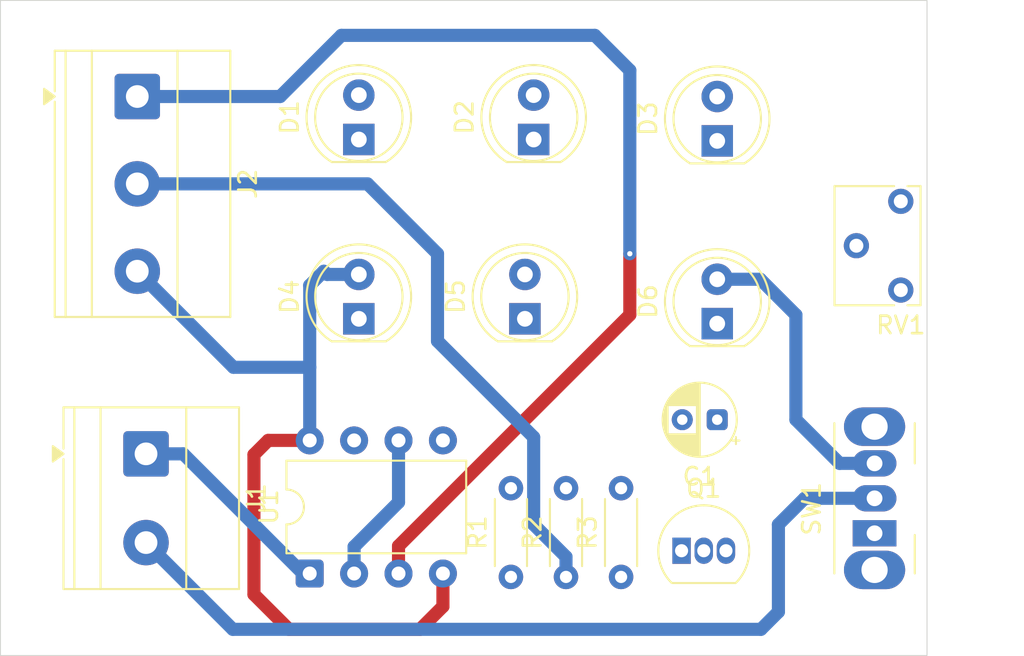
<source format=kicad_pcb>
(kicad_pcb (version 20241229) (generator "pcbnew") (generator_version "9.0")
  (layers (0 "F.Cu" signal) (2 "B.Cu" signal) (13 "F.Paste" user) (15 "B.Paste" user) (5 "F.SilkS" user "F.Silkscreen") (7 "B.SilkS" user "B.Silkscreen") (1 "F.Mask" user) (3 "B.Mask" user) (25 "Edge.Cuts" user))
  (net 0 "")
  (net 1 "GND")
  (net 2 "2,6")
  (net 3 "Net-(D1-A)")
  (net 4 "Net-(D1-K)")
  (net 5 "VCC")
  (net 6 "Net-(J1-Pin_2)")
  (net 7 "Net-(J2-Pin_1)")
  (net 8 "Net-(J2-Pin_2)")
  (net 9 "Net-(Q1-B)")
  (net 10 "7")
  (footprint "Button_Switch_THT:SW_Slide_SPDT_Angled_CK_OS102011MA1Q" (layer "F.Cu") (at 110.5 86 90)
    (property "Reference" "SW1" (at 1.4 -3.6 90) (layer "F.SilkS"))
    (property "Value" "SW_Push_SPDT")
    (fp_line (start -2.3 -2.3) (end 6.3 -2.3) (stroke (width 0.12)) (layer "F.SilkS"))
    (fp_line (start 4 2.3) (end 6.3 2.3) (stroke (width 0.12)) (layer "F.SilkS"))
    (fp_line (start -2.3 2.3) (end -0.1 2.3) (stroke (width 0.12)) (layer "F.SilkS"))
    (pad "" thru_hole oval (at -2.1 0 90) (size 2.2 3.5) (drill 1.5) (layers "*.Cu" "*.Mask"))
    (pad "" thru_hole oval (at 6.1 0 90) (size 2.2 3.5) (drill 1.5) (layers "*.Cu" "*.Mask"))
    (pad "1" thru_hole rect (at 0 0 90) (size 1.5 2.5) (drill 0.9) (layers "*.Cu" "*.Mask"))
    (pad "2" thru_hole oval (at 2 0 90) (size 1.5 2.5) (drill 0.9) (layers "*.Cu" "*.Mask") (net 6 "Net-(J1-Pin_2)"))
    (pad "3" thru_hole oval (at 4 0 90) (size 1.5 2.5) (drill 0.9) (layers "*.Cu" "*.Mask") (net 5 "VCC"))
  )
  (footprint "LED_THT:LED_D5.0mm" (layer "F.Cu") (at 101.5 74 90)
    (property "Reference" "D6" (at 1.27 -3.96 90) (layer "F.SilkS"))
    (property "Value" "LED")
    (fp_line (start -1.29 -1.545) (end -1.29 1.545) (stroke (width 0.12)) (layer "F.SilkS"))
    (fp_arc (start -1.29 -1.54483) (mid 2.071779 -2.880495) (end 4.26 0) (stroke (width 0.12)) (layer "F.SilkS"))
    (fp_arc (start 4.26 0) (mid 2.071779 2.880495) (end -1.29 1.54483) (stroke (width 0.12)) (layer "F.SilkS"))
    (fp_circle (center 1.27 0) (end 3.77 0) (stroke (width 0.12)) (fill no) (layer "F.SilkS"))
    (pad "1" thru_hole rect (at 0 0 90) (size 1.8 1.8) (drill 0.9) (layers "*.Cu" "*.Mask") (net 4 "Net-(D1-K)"))
    (pad "2" thru_hole circle (at 2.54 0 90) (size 1.8 1.8) (drill 0.9) (layers "*.Cu" "*.Mask") (net 5 "VCC"))
  )
  (footprint "TerminalBlock_Phoenix:TerminalBlock_Phoenix_MKDS-1,5-2-5.08_1x02_P5.08mm_Horizontal" (layer "F.Cu") (at 68.8275 81.455 -90)
    (property "Reference" "J1" (at 2.54 -6.32 90) (layer "F.SilkS"))
    (property "Value" "Screw_Terminal_01x02")
    (fp_line (start -2.66 4.72) (end -2.66 -5.32) (stroke (width 0.12)) (layer "F.SilkS"))
    (fp_line (start -0.3 4.72) (end -2.66 4.72) (stroke (width 0.12)) (layer "F.SilkS"))
    (fp_line (start 7.74 4.72) (end 0.3 4.72) (stroke (width 0.12)) (layer "F.SilkS"))
    (fp_line (start -2.66 4.1) (end 7.74 4.1) (stroke (width 0.12)) (layer "F.SilkS"))
    (fp_line (start -2.66 2.6) (end 7.74 2.6) (stroke (width 0.12)) (layer "F.SilkS"))
    (fp_line (start -2.66 -2.3) (end 7.74 -2.3) (stroke (width 0.12)) (layer "F.SilkS"))
    (fp_line (start -2.66 -5.32) (end 7.74 -5.32) (stroke (width 0.12)) (layer "F.SilkS"))
    (fp_line (start 7.74 -5.32) (end 7.74 4.72) (stroke (width 0.12)) (layer "F.SilkS"))
    (fp_poly (pts (xy 0 4.72) (xy 0.44 5.33) (xy -0.44 5.33)) (stroke (width 0.12)) (fill yes) (layer "F.SilkS"))
    (pad "1" thru_hole roundrect (at 0 0 270) (size 2.6 2.6) (drill 1.3) (layers "*.Cu" "*.Mask") (roundrect_rratio 0.096154) (net 1 "GND"))
    (pad "2" thru_hole circle (at 5.08 0 270) (size 2.6 2.6) (drill 1.3) (layers "*.Cu" "*.Mask") (net 6 "Net-(J1-Pin_2)"))
  )
  (footprint "Resistor_THT:R_Axial_DIN0204_L3.6mm_D1.6mm_P5.08mm_Horizontal" (layer "F.Cu") (at 89.7 88.5 90)
    (property "Reference" "R1" (at 2.54 -1.92 90) (layer "F.SilkS"))
    (property "Value" "R")
    (fp_line (start 0.62 -0.92) (end 4.46 -0.92) (stroke (width 0.12)) (layer "F.SilkS"))
    (fp_line (start 0.62 0.92) (end 4.46 0.92) (stroke (width 0.12)) (layer "F.SilkS"))
    (pad "1" thru_hole circle (at 0 0 90) (size 1.4 1.4) (drill 0.7) (layers "*.Cu" "*.Mask") (net 5 "VCC"))
    (pad "2" thru_hole circle (at 5.08 0 90) (size 1.4 1.4) (drill 0.7) (layers "*.Cu" "*.Mask") (net 10 "7"))
  )
  (footprint "Resistor_THT:R_Axial_DIN0204_L3.6mm_D1.6mm_P5.08mm_Horizontal" (layer "F.Cu") (at 92.85 88.5 90)
    (property "Reference" "R2" (at 2.54 -1.92 90) (layer "F.SilkS"))
    (property "Value" "R")
    (fp_line (start 0.62 -0.92) (end 4.46 -0.92) (stroke (width 0.12)) (layer "F.SilkS"))
    (fp_line (start 0.62 0.92) (end 4.46 0.92) (stroke (width 0.12)) (layer "F.SilkS"))
    (pad "1" thru_hole circle (at 0 0 90) (size 1.4 1.4) (drill 0.7) (layers "*.Cu" "*.Mask") (net 8 "Net-(J2-Pin_2)"))
    (pad "2" thru_hole circle (at 5.08 0 90) (size 1.4 1.4) (drill 0.7) (layers "*.Cu" "*.Mask") (net 9 "Net-(Q1-B)"))
  )
  (footprint "Potentiometer_THT:Potentiometer_Vishay_T73XX_Horizontal" (layer "F.Cu") (at 112 72.08 180)
    (property "Reference" "RV1" (at 0 -2.01 0) (layer "F.SilkS"))
    (property "Value" "R_Potentiometer")
    (fp_line (start 3.79 5.95) (end 0.382 5.95) (stroke (width 0.12)) (layer "F.SilkS"))
    (fp_line (start 3.79 -0.87) (end 3.79 5.95) (stroke (width 0.12)) (layer "F.SilkS"))
    (fp_line (start 0.382 -0.87) (end 3.79 -0.87) (stroke (width 0.12)) (layer "F.SilkS"))
    (fp_line (start -0.382 5.95) (end -1.13 5.95) (stroke (width 0.12)) (layer "F.SilkS"))
    (fp_line (start -1.13 5.95) (end -1.13 -0.87) (stroke (width 0.12)) (layer "F.SilkS"))
    (fp_line (start -1.13 -0.87) (end -0.382 -0.87) (stroke (width 0.12)) (layer "F.SilkS"))
    (pad "1" thru_hole circle (at 0 0 180) (size 1.44 1.44) (drill 0.8) (layers "*.Cu" "*.Mask") (net 10 "7"))
    (pad "2" thru_hole circle (at 2.54 2.54 180) (size 1.44 1.44) (drill 0.8) (layers "*.Cu" "*.Mask") (net 2 "2,6"))
    (pad "3" thru_hole circle (at 0 5.08 180) (size 1.44 1.44) (drill 0.8) (layers "*.Cu" "*.Mask") (net 2 "2,6"))
  )
  (footprint "LED_THT:LED_D5.0mm" (layer "F.Cu") (at 90.5 73.725 90)
    (property "Reference" "D5" (at 1.27 -3.96 90) (layer "F.SilkS"))
    (property "Value" "LED")
    (fp_line (start -1.29 -1.545) (end -1.29 1.545) (stroke (width 0.12)) (layer "F.SilkS"))
    (fp_arc (start -1.29 -1.54483) (mid 2.071779 -2.880495) (end 4.26 0) (stroke (width 0.12)) (layer "F.SilkS"))
    (fp_arc (start 4.26 0) (mid 2.071779 2.880495) (end -1.29 1.54483) (stroke (width 0.12)) (layer "F.SilkS"))
    (fp_circle (center 1.27 0) (end 3.77 0) (stroke (width 0.12)) (fill no) (layer "F.SilkS"))
    (pad "1" thru_hole rect (at 0 0 90) (size 1.8 1.8) (drill 0.9) (layers "*.Cu" "*.Mask") (net 4 "Net-(D1-K)"))
    (pad "2" thru_hole circle (at 2.54 0 90) (size 1.8 1.8) (drill 0.9) (layers "*.Cu" "*.Mask") (net 5 "VCC"))
  )
  (footprint "Package_TO_SOT_THT:TO-92_Inline" (layer "F.Cu") (at 99.46 87)
    (property "Reference" "Q1" (at 1.27 -3.56 0) (layer "F.SilkS"))
    (property "Value" "2N3904")
    (fp_line (start -0.53 1.85) (end 3.07 1.85) (stroke (width 0.12)) (layer "F.SilkS"))
    (fp_arc (start -0.568478 1.838478) (mid -1.132087 -0.994977) (end 1.27 -2.6) (stroke (width 0.12)) (layer "F.SilkS"))
    (fp_arc (start 1.27 -2.6) (mid 3.672087 -0.994977) (end 3.108478 1.838478) (stroke (width 0.12)) (layer "F.SilkS"))
    (pad "1" thru_hole rect (at 0 0) (size 1.05 1.5) (drill 0.75) (layers "*.Cu" "*.Mask") (net 1 "GND"))
    (pad "2" thru_hole oval (at 1.27 0) (size 1.05 1.5) (drill 0.75) (layers "*.Cu" "*.Mask") (net 9 "Net-(Q1-B)"))
    (pad "3" thru_hole oval (at 2.54 0) (size 1.05 1.5) (drill 0.75) (layers "*.Cu" "*.Mask") (net 4 "Net-(D1-K)"))
  )
  (footprint "Capacitor_THT:CP_Radial_D4.0mm_P2.00mm" (layer "F.Cu") (at 101.5 79.5 180)
    (property "Reference" "C1" (at 1 -3.25 0) (layer "F.SilkS"))
    (property "Value" "C_Polarized")
    (fp_line (start 3.08 -0.37) (end 3.08 0.37) (stroke (width 0.12)) (layer "F.SilkS"))
    (fp_line (start 3.04 -0.537) (end 3.04 0.537) (stroke (width 0.12)) (layer "F.SilkS"))
    (fp_line (start 3 -0.663) (end 3 0.663) (stroke (width 0.12)) (layer "F.SilkS"))
    (fp_line (start 2.96 -0.768) (end 2.96 0.768) (stroke (width 0.12)) (layer "F.SilkS"))
    (fp_line (start 2.92 -0.859) (end 2.92 0.859) (stroke (width 0.12)) (layer "F.SilkS"))
    (fp_line (start 2.88 -0.94) (end 2.88 0.94) (stroke (width 0.12)) (layer "F.SilkS"))
    (fp_line (start 2.84 -1.013) (end 2.84 1.013) (stroke (width 0.12)) (layer "F.SilkS"))
    (fp_line (start 2.8 0.84) (end 2.8 1.08) (stroke (width 0.12)) (layer "F.SilkS"))
    (fp_line (start 2.8 -1.08) (end 2.8 -0.84) (stroke (width 0.12)) (layer "F.SilkS"))
    (fp_line (start 2.76 0.84) (end 2.76 1.142) (stroke (width 0.12)) (layer "F.SilkS"))
    (fp_line (start 2.76 -1.142) (end 2.76 -0.84) (stroke (width 0.12)) (layer "F.SilkS"))
    (fp_line (start 2.72 0.84) (end 2.72 1.199) (stroke (width 0.12)) (layer "F.SilkS"))
    (fp_line (start 2.72 -1.199) (end 2.72 -0.84) (stroke (width 0.12)) (layer "F.SilkS"))
    (fp_line (start 2.68 0.84) (end 2.68 1.253) (stroke (width 0.12)) (layer "F.SilkS"))
    (fp_line (start 2.68 -1.253) (end 2.68 -0.84) (stroke (width 0.12)) (layer "F.SilkS"))
    (fp_line (start 2.64 0.84) (end 2.64 1.303) (stroke (width 0.12)) (layer "F.SilkS"))
    (fp_line (start 2.64 -1.303) (end 2.64 -0.84) (stroke (width 0.12)) (layer "F.SilkS"))
    (fp_line (start 2.6 0.84) (end 2.6 1.351) (stroke (width 0.12)) (layer "F.SilkS"))
    (fp_line (start 2.6 -1.351) (end 2.6 -0.84) (stroke (width 0.12)) (layer "F.SilkS"))
    (fp_line (start 2.56 0.84) (end 2.56 1.396) (stroke (width 0.12)) (layer "F.SilkS"))
    (fp_line (start 2.56 -1.396) (end 2.56 -0.84) (stroke (width 0.12)) (layer "F.SilkS"))
    (fp_line (start 2.52 0.84) (end 2.52 1.438) (stroke (width 0.12)) (layer "F.SilkS"))
    (fp_line (start 2.52 -1.438) (end 2.52 -0.84) (stroke (width 0.12)) (layer "F.SilkS"))
    (fp_line (start 2.48 0.84) (end 2.48 1.478) (stroke (width 0.12)) (layer "F.SilkS"))
    (fp_line (start 2.48 -1.478) (end 2.48 -0.84) (stroke (width 0.12)) (layer "F.SilkS"))
    (fp_line (start 2.44 0.84) (end 2.44 1.516) (stroke (width 0.12)) (layer "F.SilkS"))
    (fp_line (start 2.44 -1.516) (end 2.44 -0.84) (stroke (width 0.12)) (layer "F.SilkS"))
    (fp_line (start 2.4 0.84) (end 2.4 1.552) (stroke (width 0.12)) (layer "F.SilkS"))
    (fp_line (start 2.4 -1.552) (end 2.4 -0.84) (stroke (width 0.12)) (layer "F.SilkS"))
    (fp_line (start 2.36 0.84) (end 2.36 1.586) (stroke (width 0.12)) (layer "F.SilkS"))
    (fp_line (start 2.36 -1.586) (end 2.36 -0.84) (stroke (width 0.12)) (layer "F.SilkS"))
    (fp_line (start 2.32 0.84) (end 2.32 1.619) (stroke (width 0.12)) (layer "F.SilkS"))
    (fp_line (start 2.32 -1.619) (end 2.32 -0.84) (stroke (width 0.12)) (layer "F.SilkS"))
    (fp_line (start 2.28 0.84) (end 2.28 1.65) (stroke (width 0.12)) (layer "F.SilkS"))
    (fp_line (start 2.28 -1.65) (end 2.28 -0.84) (stroke (width 0.12)) (layer "F.SilkS"))
    (fp_line (start 2.24 0.84) (end 2.24 1.68) (stroke (width 0.12)) (layer "F.SilkS"))
    (fp_line (start 2.24 -1.68) (end 2.24 -0.84) (stroke (width 0.12)) (layer "F.SilkS"))
    (fp_line (start 2.2 0.84) (end 2.2 1.708) (stroke (width 0.12)) (layer "F.SilkS"))
    (fp_line (start 2.2 -1.708) (end 2.2 -0.84) (stroke (width 0.12)) (layer "F.SilkS"))
    (fp_line (start 2.16 0.84) (end 2.16 1.734) (stroke (width 0.12)) (layer "F.SilkS"))
    (fp_line (start 2.16 -1.734) (end 2.16 -0.84) (stroke (width 0.12)) (layer "F.SilkS"))
    (fp_line (start 2.12 0.84) (end 2.12 1.76) (stroke (width 0.12)) (layer "F.SilkS"))
    (fp_line (start 2.12 -1.76) (end 2.12 -0.84) (stroke (width 0.12)) (layer "F.SilkS"))
    (fp_line (start 2.08 0.84) (end 2.08 1.784) (stroke (width 0.12)) (layer "F.SilkS"))
    (fp_line (start 2.08 -1.784) (end 2.08 -0.84) (stroke (width 0.12)) (layer "F.SilkS"))
    (fp_line (start 2.04 0.84) (end 2.04 1.807) (stroke (width 0.12)) (layer "F.SilkS"))
    (fp_line (start 2.04 -1.807) (end 2.04 -0.84) (stroke (width 0.12)) (layer "F.SilkS"))
    (fp_line (start 2 0.84) (end 2 1.829) (stroke (width 0.12)) (layer "F.SilkS"))
    (fp_line (start 2 -1.829) (end 2 -0.84) (stroke (width 0.12)) (layer "F.SilkS"))
    (fp_line (start 1.96 0.84) (end 1.96 1.85) (stroke (width 0.12)) (layer "F.SilkS"))
    (fp_line (start 1.96 -1.85) (end 1.96 -0.84) (stroke (width 0.12)) (layer "F.SilkS"))
    (fp_line (start 1.92 0.84) (end 1.92 1.87) (stroke (width 0.12)) (layer "F.SilkS"))
    (fp_line (start 1.92 -1.87) (end 1.92 -0.84) (stroke (width 0.12)) (layer "F.SilkS"))
    (fp_line (start 1.88 0.84) (end 1.88 1.889) (stroke (width 0.12)) (layer "F.SilkS"))
    (fp_line (start 1.88 -1.889) (end 1.88 -0.84) (stroke (width 0.12)) (layer "F.SilkS"))
    (fp_line (start 1.84 0.84) (end 1.84 1.906) (stroke (width 0.12)) (layer "F.SilkS"))
    (fp_line (start 1.84 -1.906) (end 1.84 -0.84) (stroke (width 0.12)) (layer "F.SilkS"))
    (fp_line (start 1.8 0.84) (end 1.8 1.923) (stroke (width 0.12)) (layer "F.SilkS"))
    (fp_line (start 1.8 -1.923) (end 1.8 -0.84) (stroke (width 0.12)) (layer "F.SilkS"))
    (fp_line (start 1.76 0.84) (end 1.76 1.939) (stroke (width 0.12)) (layer "F.SilkS"))
    (fp_line (start 1.76 -1.939) (end 1.76 -0.84) (stroke (width 0.12)) (layer "F.SilkS"))
    (fp_line (start 1.72 0.84) (end 1.72 1.954) (stroke (width 0.12)) (layer "F.SilkS"))
    (fp_line (start 1.72 -1.954) (end 1.72 -0.84) (stroke (width 0.12)) (layer "F.SilkS"))
    (fp_line (start 1.68 0.84) (end 1.68 1.968) (stroke (width 0.12)) (layer "F.SilkS"))
    (fp_line (start 1.68 -1.968) (end 1.68 -0.84) (stroke (width 0.12)) (layer "F.SilkS"))
    (fp_line (start 1.64 0.84) (end 1.64 1.981) (stroke (width 0.12)) (layer "F.SilkS"))
    (fp_line (start 1.64 -1.981) (end 1.64 -0.84) (stroke (width 0.12)) (layer "F.SilkS"))
    (fp_line (start 1.6 0.84) (end 1.6 1.993) (stroke (width 0.12)) (layer "F.SilkS"))
    (fp_line (start 1.6 -1.993) (end 1.6 -0.84) (stroke (width 0.12)) (layer "F.SilkS"))
    (fp_line (start 1.56 0.84) (end 1.56 2.005) (stroke (width 0.12)) (layer "F.SilkS"))
    (fp_line (start 1.56 -2.005) (end 1.56 -0.84) (stroke (width 0.12)) (layer "F.SilkS"))
    (fp_line (start 1.52 0.84) (end 1.52 2.015) (stroke (width 0.12)) (layer "F.SilkS"))
    (fp_line (start 1.52 -2.015) (end 1.52 -0.84) (stroke (width 0.12)) (layer "F.SilkS"))
    (fp_line (start 1.48 0.84) (end 1.48 2.025) (stroke (width 0.12)) (layer "F.SilkS"))
    (fp_line (start 1.48 -2.025) (end 1.48 -0.84) (stroke (width 0.12)) (layer "F.SilkS"))
    (fp_line (start 1.44 0.84) (end 1.44 2.034) (stroke (width 0.12)) (layer "F.SilkS"))
    (fp_line (start 1.44 -2.034) (end 1.44 -0.84) (stroke (width 0.12)) (layer "F.SilkS"))
    (fp_line (start 1.4 0.84) (end 1.4 2.042) (stroke (width 0.12)) (layer "F.SilkS"))
    (fp_line (start 1.4 -2.042) (end 1.4 -0.84) (stroke (width 0.12)) (layer "F.SilkS"))
    (fp_line (start 1.36 0.84) (end 1.36 2.049) (stroke (width 0.12)) (layer "F.SilkS"))
    (fp_line (start 1.36 -2.049) (end 1.36 -0.84) (stroke (width 0.12)) (layer "F.SilkS"))
    (fp_line (start 1.32 0.84) (end 1.32 2.056) (stroke (width 0.12)) (layer "F.SilkS"))
    (fp_line (start 1.32 -2.056) (end 1.32 -0.84) (stroke (width 0.12)) (layer "F.SilkS"))
    (fp_line (start 1.28 0.84) (end 1.28 2.061) (stroke (width 0.12)) (layer "F.SilkS"))
    (fp_line (start 1.28 -2.061) (end 1.28 -0.84) (stroke (width 0.12)) (layer "F.SilkS"))
    (fp_line (start 1.24 0.84) (end 1.24 2.066) (stroke (width 0.12)) (layer "F.SilkS"))
    (fp_line (start 1.24 -2.066) (end 1.24 -0.84) (stroke (width 0.12)) (layer "F.SilkS"))
    (fp_line (start 1.2 0.84) (end 1.2 2.071) (stroke (width 0.12)) (layer "F.SilkS"))
    (fp_line (start 1.2 -2.071) (end 1.2 -0.84) (stroke (width 0.12)) (layer "F.SilkS"))
    (fp_line (start 1.16 -2.074) (end 1.16 2.074) (stroke (width 0.12)) (layer "F.SilkS"))
    (fp_line (start 1.12 -2.077) (end 1.12 2.077) (stroke (width 0.12)) (layer "F.SilkS"))
    (fp_line (start 1.08 -2.078) (end 1.08 2.078) (stroke (width 0.12)) (layer "F.SilkS"))
    (fp_line (start 1.04 -2.08) (end 1.04 2.08) (stroke (width 0.12)) (layer "F.SilkS"))
    (fp_line (start 1 -2.08) (end 1 2.08) (stroke (width 0.12)) (layer "F.SilkS"))
    (fp_line (start -1.069801 -1.395) (end -1.069801 -0.995) (stroke (width 0.12)) (layer "F.SilkS"))
    (fp_line (start -1.269801 -1.195) (end -0.869801 -1.195) (stroke (width 0.12)) (layer "F.SilkS"))
    (fp_circle (center 1 0) (end 3.12 0) (stroke (width 0.12)) (fill no) (layer "F.SilkS"))
    (pad "1" thru_hole roundrect (at 0 0 180) (size 1.2 1.2) (drill 0.6) (layers "*.Cu" "*.Mask") (roundrect_rratio 0.208333) (net 2 "2,6"))
    (pad "2" thru_hole circle (at 2 0 180) (size 1.2 1.2) (drill 0.6) (layers "*.Cu" "*.Mask") (net 1 "GND"))
  )
  (footprint "LED_THT:LED_D5.0mm" (layer "F.Cu") (at 81 63.46 90)
    (property "Reference" "D1" (at 1.27 -3.96 90) (layer "F.SilkS"))
    (property "Value" "LED")
    (fp_line (start -1.29 -1.545) (end -1.29 1.545) (stroke (width 0.12)) (layer "F.SilkS"))
    (fp_arc (start -1.29 -1.54483) (mid 2.071779 -2.880495) (end 4.26 0) (stroke (width 0.12)) (layer "F.SilkS"))
    (fp_arc (start 4.26 0) (mid 2.071779 2.880495) (end -1.29 1.54483) (stroke (width 0.12)) (layer "F.SilkS"))
    (fp_circle (center 1.27 0) (end 3.77 0) (stroke (width 0.12)) (fill no) (layer "F.SilkS"))
    (pad "1" thru_hole rect (at 0 0 90) (size 1.8 1.8) (drill 0.9) (layers "*.Cu" "*.Mask") (net 4 "Net-(D1-K)"))
    (pad "2" thru_hole circle (at 2.54 0 90) (size 1.8 1.8) (drill 0.9) (layers "*.Cu" "*.Mask") (net 3 "Net-(D1-A)"))
  )
  (footprint "Resistor_THT:R_Axial_DIN0204_L3.6mm_D1.6mm_P5.08mm_Horizontal" (layer "F.Cu") (at 96 88.5 90)
    (property "Reference" "R3" (at 2.54 -1.92 90) (layer "F.SilkS"))
    (property "Value" "R")
    (fp_line (start 0.62 -0.92) (end 4.46 -0.92) (stroke (width 0.12)) (layer "F.SilkS"))
    (fp_line (start 0.62 0.92) (end 4.46 0.92) (stroke (width 0.12)) (layer "F.SilkS"))
    (pad "1" thru_hole circle (at 0 0 90) (size 1.4 1.4) (drill 0.7) (layers "*.Cu" "*.Mask") (net 5 "VCC"))
    (pad "2" thru_hole circle (at 5.08 0 90) (size 1.4 1.4) (drill 0.7) (layers "*.Cu" "*.Mask") (net 3 "Net-(D1-A)"))
  )
  (footprint "LED_THT:LED_D5.0mm" (layer "F.Cu") (at 81 73.725 90)
    (property "Reference" "D4" (at 1.27 -3.96 90) (layer "F.SilkS"))
    (property "Value" "LED")
    (fp_line (start -1.29 -1.545) (end -1.29 1.545) (stroke (width 0.12)) (layer "F.SilkS"))
    (fp_arc (start -1.29 -1.54483) (mid 2.071779 -2.880495) (end 4.26 0) (stroke (width 0.12)) (layer "F.SilkS"))
    (fp_arc (start 4.26 0) (mid 2.071779 2.880495) (end -1.29 1.54483) (stroke (width 0.12)) (layer "F.SilkS"))
    (fp_circle (center 1.27 0) (end 3.77 0) (stroke (width 0.12)) (fill no) (layer "F.SilkS"))
    (pad "1" thru_hole rect (at 0 0 90) (size 1.8 1.8) (drill 0.9) (layers "*.Cu" "*.Mask") (net 4 "Net-(D1-K)"))
    (pad "2" thru_hole circle (at 2.54 0 90) (size 1.8 1.8) (drill 0.9) (layers "*.Cu" "*.Mask") (net 5 "VCC"))
  )
  (footprint "Package_DIP:DIP-8_W7.62mm" (layer "F.Cu") (at 78.19 88.305 90)
    (property "Reference" "U1" (at 3.81 -2.33 90) (layer "F.SilkS"))
    (property "Value" "NE555P")
    (fp_line (start 6.46 -1.33) (end 4.81 -1.33) (stroke (width 0.12)) (layer "F.SilkS"))
    (fp_line (start 2.81 -1.33) (end 1.16 -1.33) (stroke (width 0.12)) (layer "F.SilkS"))
    (fp_line (start 1.16 -1.33) (end 1.16 8.95) (stroke (width 0.12)) (layer "F.SilkS"))
    (fp_line (start 6.46 8.95) (end 6.46 -1.33) (stroke (width 0.12)) (layer "F.SilkS"))
    (fp_line (start 1.16 8.95) (end 6.46 8.95) (stroke (width 0.12)) (layer "F.SilkS"))
    (fp_arc (start 4.81 -1.33) (mid 3.81 -0.33) (end 2.81 -1.33) (stroke (width 0.12)) (layer "F.SilkS"))
    (pad "1" thru_hole roundrect (at 0 0 90) (size 1.6 1.6) (drill 0.8) (layers "*.Cu" "*.Mask") (roundrect_rratio 0.15625) (net 1 "GND"))
    (pad "2" thru_hole circle (at 0 2.54 90) (size 1.6 1.6) (drill 0.8) (layers "*.Cu" "*.Mask") (net 2 "2,6"))
    (pad "3" thru_hole circle (at 0 5.08 90) (size 1.6 1.6) (drill 0.8) (layers "*.Cu" "*.Mask") (net 7 "Net-(J2-Pin_1)"))
    (pad "4" thru_hole circle (at 0 7.62 90) (size 1.6 1.6) (drill 0.8) (layers "*.Cu" "*.Mask") (net 5 "VCC"))
    (pad "5" thru_hole circle (at 7.62 7.62 90) (size 1.6 1.6) (drill 0.8) (layers "*.Cu" "*.Mask"))
    (pad "6" thru_hole circle (at 7.62 5.08 90) (size 1.6 1.6) (drill 0.8) (layers "*.Cu" "*.Mask") (net 2 "2,6"))
    (pad "7" thru_hole circle (at 7.62 2.54 90) (size 1.6 1.6) (drill 0.8) (layers "*.Cu" "*.Mask") (net 10 "7"))
    (pad "8" thru_hole circle (at 7.62 0 90) (size 1.6 1.6) (drill 0.8) (layers "*.Cu" "*.Mask") (net 5 "VCC"))
  )
  (footprint "TerminalBlock_Phoenix:TerminalBlock_Phoenix_MKDS-1,5-3_1x03_P5.00mm_Horizontal" (layer "F.Cu") (at 68.3275 61 -90)
    (property "Reference" "J2" (at 5 -6.32 90) (layer "F.SilkS"))
    (property "Value" "Screw_Terminal_01x03")
    (fp_line (start -2.62 4.72) (end -2.62 -5.32) (stroke (width 0.12)) (layer "F.SilkS"))
    (fp_line (start -0.3 4.72) (end -2.62 4.72) (stroke (width 0.12)) (layer "F.SilkS"))
    (fp_line (start 12.62 4.72) (end 0.3 4.72) (stroke (width 0.12)) (layer "F.SilkS"))
    (fp_line (start -2.62 4.1) (end 12.62 4.1) (stroke (width 0.12)) (layer "F.SilkS"))
    (fp_line (start -2.62 2.6) (end 12.62 2.6) (stroke (width 0.12)) (layer "F.SilkS"))
    (fp_line (start -2.62 -2.3) (end 12.62 -2.3) (stroke (width 0.12)) (layer "F.SilkS"))
    (fp_line (start -2.62 -5.32) (end 12.62 -5.32) (stroke (width 0.12)) (layer "F.SilkS"))
    (fp_line (start 12.62 -5.32) (end 12.62 4.72) (stroke (width 0.12)) (layer "F.SilkS"))
    (fp_poly (pts (xy 0 4.72) (xy 0.44 5.33) (xy -0.44 5.33)) (stroke (width 0.12)) (fill yes) (layer "F.SilkS"))
    (pad "1" thru_hole roundrect (at 0 0 270) (size 2.6 2.6) (drill 1.3) (layers "*.Cu" "*.Mask") (roundrect_rratio 0.096154) (net 7 "Net-(J2-Pin_1)"))
    (pad "2" thru_hole circle (at 5 0 270) (size 2.6 2.6) (drill 1.3) (layers "*.Cu" "*.Mask") (net 8 "Net-(J2-Pin_2)"))
    (pad "3" thru_hole circle (at 10 0 270) (size 2.6 2.6) (drill 1.3) (layers "*.Cu" "*.Mask") (net 5 "VCC"))
  )
  (footprint "LED_THT:LED_D5.0mm" (layer "F.Cu") (at 101.5 63.54 90)
    (property "Reference" "D3" (at 1.27 -3.96 90) (layer "F.SilkS"))
    (property "Value" "LED")
    (fp_line (start -1.29 -1.545) (end -1.29 1.545) (stroke (width 0.12)) (layer "F.SilkS"))
    (fp_arc (start -1.29 -1.54483) (mid 2.071779 -2.880495) (end 4.26 0) (stroke (width 0.12)) (layer "F.SilkS"))
    (fp_arc (start 4.26 0) (mid 2.071779 2.880495) (end -1.29 1.54483) (stroke (width 0.12)) (layer "F.SilkS"))
    (fp_circle (center 1.27 0) (end 3.77 0) (stroke (width 0.12)) (fill no) (layer "F.SilkS"))
    (pad "1" thru_hole rect (at 0 0 90) (size 1.8 1.8) (drill 0.9) (layers "*.Cu" "*.Mask") (net 4 "Net-(D1-K)"))
    (pad "2" thru_hole circle (at 2.54 0 90) (size 1.8 1.8) (drill 0.9) (layers "*.Cu" "*.Mask") (net 3 "Net-(D1-A)"))
  )
  (footprint "LED_THT:LED_D5.0mm" (layer "F.Cu") (at 91 63.46 90)
    (property "Reference" "D2" (at 1.27 -3.96 90) (layer "F.SilkS"))
    (property "Value" "LED")
    (fp_line (start -1.29 -1.545) (end -1.29 1.545) (stroke (width 0.12)) (layer "F.SilkS"))
    (fp_arc (start -1.29 -1.54483) (mid 2.071779 -2.880495) (end 4.26 0) (stroke (width 0.12)) (layer "F.SilkS"))
    (fp_arc (start 4.26 0) (mid 2.071779 2.880495) (end -1.29 1.54483) (stroke (width 0.12)) (layer "F.SilkS"))
    (fp_circle (center 1.27 0) (end 3.77 0) (stroke (width 0.12)) (fill no) (layer "F.SilkS"))
    (pad "1" thru_hole rect (at 0 0 90) (size 1.8 1.8) (drill 0.9) (layers "*.Cu" "*.Mask") (net 4 "Net-(D1-K)"))
    (pad "2" thru_hole circle (at 2.54 0 90) (size 1.8 1.8) (drill 0.9) (layers "*.Cu" "*.Mask") (net 3 "Net-(D1-A)"))
  )
  (gr_rect (start 60.5 55.5) (end 113.5 93) (stroke (width 0.05)) (fill no) (layer "Edge.Cuts"))
  (segment (start 77.805 88.305) (end 70.955 81.455) (width 0.75) (layer "B.Cu") (net 1))
  (segment (start 78.19 88.305) (end 77.805 88.305) (width 0.75) (layer "B.Cu") (net 1))
  (segment (start 70.955 81.455) (end 68.8275 81.455) (width 0.75) (layer "B.Cu") (net 1))
  (segment (start 80.73 88.305) (end 80.73 86.77) (width 0.75) (layer "B.Cu") (net 2))
  (segment (start 83.27 84.23) (end 83.27 80.685) (width 0.75) (layer "B.Cu") (net 2))
  (segment (start 80.73 86.77) (end 83.27 84.23) (width 0.75) (layer "B.Cu") (net 2))
  (segment (start 75 81.5) (end 75.815 80.685) (width 0.75) (layer "F.Cu") (net 5))
  (segment (start 75.815 80.685) (end 78.19 80.685) (width 0.75) (layer "F.Cu") (net 5))
  (segment (start 84.5 91.5) (end 77 91.5) (width 0.75) (layer "F.Cu") (net 5))
  (segment (start 75 89.5) (end 75 81.5) (width 0.75) (layer "F.Cu") (net 5))
  (segment (start 85.81 90.19) (end 84.5 91.5) (width 0.75) (layer "F.Cu") (net 5))
  (segment (start 85.81 88.305) (end 85.81 90.19) (width 0.75) (layer "F.Cu") (net 5))
  (segment (start 77 91.5) (end 75 89.5) (width 0.75) (layer "F.Cu") (net 5))
  (segment (start 79.185 71.185) (end 81 71.185) (width 0.75) (layer "B.Cu") (net 5))
  (segment (start 106 79.5) (end 106 73.5) (width 0.75) (layer "B.Cu") (net 5))
  (segment (start 110.5 82) (end 108.5 82) (width 0.75) (layer "B.Cu") (net 5))
  (segment (start 103.96 71.46) (end 101.5 71.46) (width 0.75) (layer "B.Cu") (net 5))
  (segment (start 79 71) (end 79.185 71.185) (width 0.75) (layer "B.Cu") (net 5))
  (segment (start 78.19 80.685) (end 78.19 76.5) (width 0.75) (layer "B.Cu") (net 5))
  (segment (start 108.5 82) (end 106 79.5) (width 0.75) (layer "B.Cu") (net 5))
  (segment (start 68.3275 71) (end 73.8275 76.5) (width 0.75) (layer "B.Cu") (net 5))
  (segment (start 78.19 76.5) (end 78.19 71.81) (width 0.75) (layer "B.Cu") (net 5))
  (segment (start 106 73.5) (end 103.96 71.46) (width 0.75) (layer "B.Cu") (net 5))
  (segment (start 78.19 71.81) (end 79 71) (width 0.75) (layer "B.Cu") (net 5))
  (segment (start 73.8275 76.5) (end 78.19 76.5) (width 0.75) (layer "B.Cu") (net 5))
  (segment (start 73.7925 91.5) (end 104 91.5) (width 0.75) (layer "B.Cu") (net 6))
  (segment (start 105 85.5) (end 106.5 84) (width 0.75) (layer "B.Cu") (net 6))
  (segment (start 68.8275 86.535) (end 73.7925 91.5) (width 0.75) (layer "B.Cu") (net 6))
  (segment (start 105 90.5) (end 105 85.5) (width 0.75) (layer "B.Cu") (net 6))
  (segment (start 106.5 84) (end 110.5 84) (width 0.75) (layer "B.Cu") (net 6))
  (segment (start 104 91.5) (end 105 90.5) (width 0.75) (layer "B.Cu") (net 6))
  (segment (start 83.27 88.305) (end 83.27 86.73) (width 0.75) (layer "F.Cu") (net 7))
  (segment (start 96.5 73.5) (end 96.5 70) (width 0.75) (layer "F.Cu") (net 7))
  (segment (start 83.27 86.73) (end 96.5 73.5) (width 0.75) (layer "F.Cu") (net 7))
  (via (at 96.5 70) (size 0.6) (drill 0.3) (layers "F.Cu" "B.Cu") (net 7))
  (segment (start 68.3275 61) (end 76.5 61) (width 0.75) (layer "B.Cu") (net 7))
  (segment (start 80 57.5) (end 94.5 57.5) (width 0.75) (layer "B.Cu") (net 7))
  (segment (start 76.5 61) (end 80 57.5) (width 0.75) (layer "B.Cu") (net 7))
  (segment (start 96.5 59.5) (end 96.5 70) (width 0.75) (layer "B.Cu") (net 7))
  (segment (start 94.5 57.5) (end 96.5 59.5) (width 0.75) (layer "B.Cu") (net 7))
  (segment (start 91 80.5) (end 85.5 75) (width 0.75) (layer "B.Cu") (net 8))
  (segment (start 85.5 70) (end 81.5 66) (width 0.75) (layer "B.Cu") (net 8))
  (segment (start 85.5 75) (end 85.5 70) (width 0.75) (layer "B.Cu") (net 8))
  (segment (start 91 85.5) (end 91 80.5) (width 0.75) (layer "B.Cu") (net 8))
  (segment (start 92.85 87.35) (end 91 85.5) (width 0.75) (layer "B.Cu") (net 8))
  (segment (start 81.5 66) (end 68.3275 66) (width 0.75) (layer "B.Cu") (net 8))
  (segment (start 92.85 88.5) (end 92.85 87.35) (width 0.75) (layer "B.Cu") (net 8))
)
</source>
